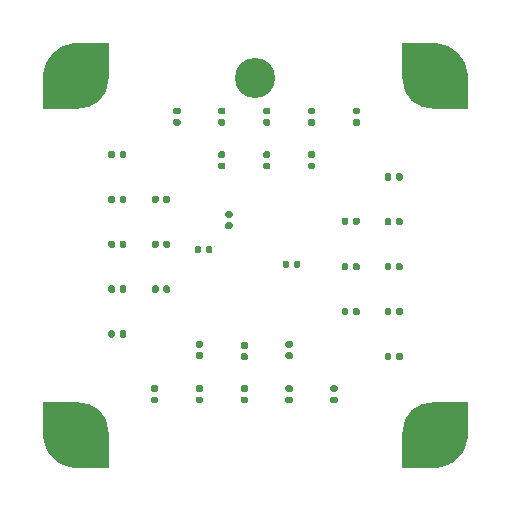
<source format=gbr>
G04 #@! TF.GenerationSoftware,KiCad,Pcbnew,(6.0.9)*
G04 #@! TF.CreationDate,2024-07-14T21:03:07-07:00*
G04 #@! TF.ProjectId,AccArray_QFN,41636341-7272-4617-995f-51464e2e6b69,rev?*
G04 #@! TF.SameCoordinates,Original*
G04 #@! TF.FileFunction,Soldermask,Bot*
G04 #@! TF.FilePolarity,Negative*
%FSLAX46Y46*%
G04 Gerber Fmt 4.6, Leading zero omitted, Abs format (unit mm)*
G04 Created by KiCad (PCBNEW (6.0.9)) date 2024-07-14 21:03:07*
%MOMM*%
%LPD*%
G01*
G04 APERTURE LIST*
%ADD10C,5.200000*%
%ADD11C,3.400000*%
G04 APERTURE END LIST*
D10*
G04 #@! TO.C,H1*
X85000000Y-85000000D03*
G04 #@! TD*
D11*
G04 #@! TO.C,H4*
X100000000Y-55000000D03*
G04 #@! TD*
D10*
G04 #@! TO.C,H3*
X115000000Y-55000000D03*
G04 #@! TD*
G04 #@! TO.C,H4*
X85000000Y-55000000D03*
G04 #@! TD*
G04 #@! TO.C,H2*
X115000000Y-85000000D03*
G04 #@! TD*
G04 #@! TO.C,C75*
G36*
G01*
X106820000Y-82503952D02*
X106480000Y-82503952D01*
G75*
G02*
X106340000Y-82363952I0J140000D01*
G01*
X106340000Y-82083952D01*
G75*
G02*
X106480000Y-81943952I140000J0D01*
G01*
X106820000Y-81943952D01*
G75*
G02*
X106960000Y-82083952I0J-140000D01*
G01*
X106960000Y-82363952D01*
G75*
G02*
X106820000Y-82503952I-140000J0D01*
G01*
G37*
G36*
G01*
X106820000Y-81543952D02*
X106480000Y-81543952D01*
G75*
G02*
X106340000Y-81403952I0J140000D01*
G01*
X106340000Y-81123952D01*
G75*
G02*
X106480000Y-80983952I140000J0D01*
G01*
X106820000Y-80983952D01*
G75*
G02*
X106960000Y-81123952I0J-140000D01*
G01*
X106960000Y-81403952D01*
G75*
G02*
X106820000Y-81543952I-140000J0D01*
G01*
G37*
G04 #@! TD*
G04 #@! TO.C,C26*
G36*
G01*
X104580000Y-61183952D02*
X104920000Y-61183952D01*
G75*
G02*
X105060000Y-61323952I0J-140000D01*
G01*
X105060000Y-61603952D01*
G75*
G02*
X104920000Y-61743952I-140000J0D01*
G01*
X104580000Y-61743952D01*
G75*
G02*
X104440000Y-61603952I0J140000D01*
G01*
X104440000Y-61323952D01*
G75*
G02*
X104580000Y-61183952I140000J0D01*
G01*
G37*
G36*
G01*
X104580000Y-62143952D02*
X104920000Y-62143952D01*
G75*
G02*
X105060000Y-62283952I0J-140000D01*
G01*
X105060000Y-62563952D01*
G75*
G02*
X104920000Y-62703952I-140000J0D01*
G01*
X104580000Y-62703952D01*
G75*
G02*
X104440000Y-62563952I0J140000D01*
G01*
X104440000Y-62283952D01*
G75*
G02*
X104580000Y-62143952I140000J0D01*
G01*
G37*
G04 #@! TD*
G04 #@! TO.C,C113*
G36*
G01*
X103810000Y-70580000D02*
X103810000Y-70920000D01*
G75*
G02*
X103670000Y-71060000I-140000J0D01*
G01*
X103390000Y-71060000D01*
G75*
G02*
X103250000Y-70920000I0J140000D01*
G01*
X103250000Y-70580000D01*
G75*
G02*
X103390000Y-70440000I140000J0D01*
G01*
X103670000Y-70440000D01*
G75*
G02*
X103810000Y-70580000I0J-140000D01*
G01*
G37*
G36*
G01*
X102850000Y-70580000D02*
X102850000Y-70920000D01*
G75*
G02*
X102710000Y-71060000I-140000J0D01*
G01*
X102430000Y-71060000D01*
G75*
G02*
X102290000Y-70920000I0J140000D01*
G01*
X102290000Y-70580000D01*
G75*
G02*
X102430000Y-70440000I140000J0D01*
G01*
X102710000Y-70440000D01*
G75*
G02*
X102850000Y-70580000I0J-140000D01*
G01*
G37*
G04 #@! TD*
G04 #@! TO.C,C52*
G36*
G01*
X112460000Y-66973952D02*
X112460000Y-67313952D01*
G75*
G02*
X112320000Y-67453952I-140000J0D01*
G01*
X112040000Y-67453952D01*
G75*
G02*
X111900000Y-67313952I0J140000D01*
G01*
X111900000Y-66973952D01*
G75*
G02*
X112040000Y-66833952I140000J0D01*
G01*
X112320000Y-66833952D01*
G75*
G02*
X112460000Y-66973952I0J-140000D01*
G01*
G37*
G36*
G01*
X111500000Y-66973952D02*
X111500000Y-67313952D01*
G75*
G02*
X111360000Y-67453952I-140000J0D01*
G01*
X111080000Y-67453952D01*
G75*
G02*
X110940000Y-67313952I0J140000D01*
G01*
X110940000Y-66973952D01*
G75*
G02*
X111080000Y-66833952I140000J0D01*
G01*
X111360000Y-66833952D01*
G75*
G02*
X111500000Y-66973952I0J-140000D01*
G01*
G37*
G04 #@! TD*
G04 #@! TO.C,C97*
G36*
G01*
X91240000Y-69213952D02*
X91240000Y-68873952D01*
G75*
G02*
X91380000Y-68733952I140000J0D01*
G01*
X91660000Y-68733952D01*
G75*
G02*
X91800000Y-68873952I0J-140000D01*
G01*
X91800000Y-69213952D01*
G75*
G02*
X91660000Y-69353952I-140000J0D01*
G01*
X91380000Y-69353952D01*
G75*
G02*
X91240000Y-69213952I0J140000D01*
G01*
G37*
G36*
G01*
X92200000Y-69213952D02*
X92200000Y-68873952D01*
G75*
G02*
X92340000Y-68733952I140000J0D01*
G01*
X92620000Y-68733952D01*
G75*
G02*
X92760000Y-68873952I0J-140000D01*
G01*
X92760000Y-69213952D01*
G75*
G02*
X92620000Y-69353952I-140000J0D01*
G01*
X92340000Y-69353952D01*
G75*
G02*
X92200000Y-69213952I0J140000D01*
G01*
G37*
G04 #@! TD*
G04 #@! TO.C,C54*
G36*
G01*
X112460000Y-74573952D02*
X112460000Y-74913952D01*
G75*
G02*
X112320000Y-75053952I-140000J0D01*
G01*
X112040000Y-75053952D01*
G75*
G02*
X111900000Y-74913952I0J140000D01*
G01*
X111900000Y-74573952D01*
G75*
G02*
X112040000Y-74433952I140000J0D01*
G01*
X112320000Y-74433952D01*
G75*
G02*
X112460000Y-74573952I0J-140000D01*
G01*
G37*
G36*
G01*
X111500000Y-74573952D02*
X111500000Y-74913952D01*
G75*
G02*
X111360000Y-75053952I-140000J0D01*
G01*
X111080000Y-75053952D01*
G75*
G02*
X110940000Y-74913952I0J140000D01*
G01*
X110940000Y-74573952D01*
G75*
G02*
X111080000Y-74433952I140000J0D01*
G01*
X111360000Y-74433952D01*
G75*
G02*
X111500000Y-74573952I0J-140000D01*
G01*
G37*
G04 #@! TD*
G04 #@! TO.C,C78*
G36*
G01*
X95420000Y-82503952D02*
X95080000Y-82503952D01*
G75*
G02*
X94940000Y-82363952I0J140000D01*
G01*
X94940000Y-82083952D01*
G75*
G02*
X95080000Y-81943952I140000J0D01*
G01*
X95420000Y-81943952D01*
G75*
G02*
X95560000Y-82083952I0J-140000D01*
G01*
X95560000Y-82363952D01*
G75*
G02*
X95420000Y-82503952I-140000J0D01*
G01*
G37*
G36*
G01*
X95420000Y-81543952D02*
X95080000Y-81543952D01*
G75*
G02*
X94940000Y-81403952I0J140000D01*
G01*
X94940000Y-81123952D01*
G75*
G02*
X95080000Y-80983952I140000J0D01*
G01*
X95420000Y-80983952D01*
G75*
G02*
X95560000Y-81123952I0J-140000D01*
G01*
X95560000Y-81403952D01*
G75*
G02*
X95420000Y-81543952I-140000J0D01*
G01*
G37*
G04 #@! TD*
G04 #@! TO.C,C102*
G36*
G01*
X87540000Y-65420000D02*
X87540000Y-65080000D01*
G75*
G02*
X87680000Y-64940000I140000J0D01*
G01*
X87960000Y-64940000D01*
G75*
G02*
X88100000Y-65080000I0J-140000D01*
G01*
X88100000Y-65420000D01*
G75*
G02*
X87960000Y-65560000I-140000J0D01*
G01*
X87680000Y-65560000D01*
G75*
G02*
X87540000Y-65420000I0J140000D01*
G01*
G37*
G36*
G01*
X88500000Y-65420000D02*
X88500000Y-65080000D01*
G75*
G02*
X88640000Y-64940000I140000J0D01*
G01*
X88920000Y-64940000D01*
G75*
G02*
X89060000Y-65080000I0J-140000D01*
G01*
X89060000Y-65420000D01*
G75*
G02*
X88920000Y-65560000I-140000J0D01*
G01*
X88640000Y-65560000D01*
G75*
G02*
X88500000Y-65420000I0J140000D01*
G01*
G37*
G04 #@! TD*
G04 #@! TO.C,C96*
G36*
G01*
X91240000Y-73013952D02*
X91240000Y-72673952D01*
G75*
G02*
X91380000Y-72533952I140000J0D01*
G01*
X91660000Y-72533952D01*
G75*
G02*
X91800000Y-72673952I0J-140000D01*
G01*
X91800000Y-73013952D01*
G75*
G02*
X91660000Y-73153952I-140000J0D01*
G01*
X91380000Y-73153952D01*
G75*
G02*
X91240000Y-73013952I0J140000D01*
G01*
G37*
G36*
G01*
X92200000Y-73013952D02*
X92200000Y-72673952D01*
G75*
G02*
X92340000Y-72533952I140000J0D01*
G01*
X92620000Y-72533952D01*
G75*
G02*
X92760000Y-72673952I0J-140000D01*
G01*
X92760000Y-73013952D01*
G75*
G02*
X92620000Y-73153952I-140000J0D01*
G01*
X92340000Y-73153952D01*
G75*
G02*
X92200000Y-73013952I0J140000D01*
G01*
G37*
G04 #@! TD*
G04 #@! TO.C,C72*
G36*
G01*
X103020000Y-78753952D02*
X102680000Y-78753952D01*
G75*
G02*
X102540000Y-78613952I0J140000D01*
G01*
X102540000Y-78333952D01*
G75*
G02*
X102680000Y-78193952I140000J0D01*
G01*
X103020000Y-78193952D01*
G75*
G02*
X103160000Y-78333952I0J-140000D01*
G01*
X103160000Y-78613952D01*
G75*
G02*
X103020000Y-78753952I-140000J0D01*
G01*
G37*
G36*
G01*
X103020000Y-77793952D02*
X102680000Y-77793952D01*
G75*
G02*
X102540000Y-77653952I0J140000D01*
G01*
X102540000Y-77373952D01*
G75*
G02*
X102680000Y-77233952I140000J0D01*
G01*
X103020000Y-77233952D01*
G75*
G02*
X103160000Y-77373952I0J-140000D01*
G01*
X103160000Y-77653952D01*
G75*
G02*
X103020000Y-77793952I-140000J0D01*
G01*
G37*
G04 #@! TD*
G04 #@! TO.C,C53*
G36*
G01*
X112460000Y-70773952D02*
X112460000Y-71113952D01*
G75*
G02*
X112320000Y-71253952I-140000J0D01*
G01*
X112040000Y-71253952D01*
G75*
G02*
X111900000Y-71113952I0J140000D01*
G01*
X111900000Y-70773952D01*
G75*
G02*
X112040000Y-70633952I140000J0D01*
G01*
X112320000Y-70633952D01*
G75*
G02*
X112460000Y-70773952I0J-140000D01*
G01*
G37*
G36*
G01*
X111500000Y-70773952D02*
X111500000Y-71113952D01*
G75*
G02*
X111360000Y-71253952I-140000J0D01*
G01*
X111080000Y-71253952D01*
G75*
G02*
X110940000Y-71113952I0J140000D01*
G01*
X110940000Y-70773952D01*
G75*
G02*
X111080000Y-70633952I140000J0D01*
G01*
X111360000Y-70633952D01*
G75*
G02*
X111500000Y-70773952I0J-140000D01*
G01*
G37*
G04 #@! TD*
G04 #@! TO.C,C48*
G36*
G01*
X108810000Y-66923952D02*
X108810000Y-67263952D01*
G75*
G02*
X108670000Y-67403952I-140000J0D01*
G01*
X108390000Y-67403952D01*
G75*
G02*
X108250000Y-67263952I0J140000D01*
G01*
X108250000Y-66923952D01*
G75*
G02*
X108390000Y-66783952I140000J0D01*
G01*
X108670000Y-66783952D01*
G75*
G02*
X108810000Y-66923952I0J-140000D01*
G01*
G37*
G36*
G01*
X107850000Y-66923952D02*
X107850000Y-67263952D01*
G75*
G02*
X107710000Y-67403952I-140000J0D01*
G01*
X107430000Y-67403952D01*
G75*
G02*
X107290000Y-67263952I0J140000D01*
G01*
X107290000Y-66923952D01*
G75*
G02*
X107430000Y-66783952I140000J0D01*
G01*
X107710000Y-66783952D01*
G75*
G02*
X107850000Y-66923952I0J-140000D01*
G01*
G37*
G04 #@! TD*
G04 #@! TO.C,C51*
G36*
G01*
X112460000Y-63173952D02*
X112460000Y-63513952D01*
G75*
G02*
X112320000Y-63653952I-140000J0D01*
G01*
X112040000Y-63653952D01*
G75*
G02*
X111900000Y-63513952I0J140000D01*
G01*
X111900000Y-63173952D01*
G75*
G02*
X112040000Y-63033952I140000J0D01*
G01*
X112320000Y-63033952D01*
G75*
G02*
X112460000Y-63173952I0J-140000D01*
G01*
G37*
G36*
G01*
X111500000Y-63173952D02*
X111500000Y-63513952D01*
G75*
G02*
X111360000Y-63653952I-140000J0D01*
G01*
X111080000Y-63653952D01*
G75*
G02*
X110940000Y-63513952I0J140000D01*
G01*
X110940000Y-63173952D01*
G75*
G02*
X111080000Y-63033952I140000J0D01*
G01*
X111360000Y-63033952D01*
G75*
G02*
X111500000Y-63173952I0J-140000D01*
G01*
G37*
G04 #@! TD*
G04 #@! TO.C,C77*
G36*
G01*
X99220000Y-82503952D02*
X98880000Y-82503952D01*
G75*
G02*
X98740000Y-82363952I0J140000D01*
G01*
X98740000Y-82083952D01*
G75*
G02*
X98880000Y-81943952I140000J0D01*
G01*
X99220000Y-81943952D01*
G75*
G02*
X99360000Y-82083952I0J-140000D01*
G01*
X99360000Y-82363952D01*
G75*
G02*
X99220000Y-82503952I-140000J0D01*
G01*
G37*
G36*
G01*
X99220000Y-81543952D02*
X98880000Y-81543952D01*
G75*
G02*
X98740000Y-81403952I0J140000D01*
G01*
X98740000Y-81123952D01*
G75*
G02*
X98880000Y-80983952I140000J0D01*
G01*
X99220000Y-80983952D01*
G75*
G02*
X99360000Y-81123952I0J-140000D01*
G01*
X99360000Y-81403952D01*
G75*
G02*
X99220000Y-81543952I-140000J0D01*
G01*
G37*
G04 #@! TD*
G04 #@! TO.C,C29*
G36*
G01*
X100780000Y-57483952D02*
X101120000Y-57483952D01*
G75*
G02*
X101260000Y-57623952I0J-140000D01*
G01*
X101260000Y-57903952D01*
G75*
G02*
X101120000Y-58043952I-140000J0D01*
G01*
X100780000Y-58043952D01*
G75*
G02*
X100640000Y-57903952I0J140000D01*
G01*
X100640000Y-57623952D01*
G75*
G02*
X100780000Y-57483952I140000J0D01*
G01*
G37*
G36*
G01*
X100780000Y-58443952D02*
X101120000Y-58443952D01*
G75*
G02*
X101260000Y-58583952I0J-140000D01*
G01*
X101260000Y-58863952D01*
G75*
G02*
X101120000Y-59003952I-140000J0D01*
G01*
X100780000Y-59003952D01*
G75*
G02*
X100640000Y-58863952I0J140000D01*
G01*
X100640000Y-58583952D01*
G75*
G02*
X100780000Y-58443952I140000J0D01*
G01*
G37*
G04 #@! TD*
G04 #@! TO.C,C50*
G36*
G01*
X108810000Y-74573952D02*
X108810000Y-74913952D01*
G75*
G02*
X108670000Y-75053952I-140000J0D01*
G01*
X108390000Y-75053952D01*
G75*
G02*
X108250000Y-74913952I0J140000D01*
G01*
X108250000Y-74573952D01*
G75*
G02*
X108390000Y-74433952I140000J0D01*
G01*
X108670000Y-74433952D01*
G75*
G02*
X108810000Y-74573952I0J-140000D01*
G01*
G37*
G36*
G01*
X107850000Y-74573952D02*
X107850000Y-74913952D01*
G75*
G02*
X107710000Y-75053952I-140000J0D01*
G01*
X107430000Y-75053952D01*
G75*
G02*
X107290000Y-74913952I0J140000D01*
G01*
X107290000Y-74573952D01*
G75*
G02*
X107430000Y-74433952I140000J0D01*
G01*
X107710000Y-74433952D01*
G75*
G02*
X107850000Y-74573952I0J-140000D01*
G01*
G37*
G04 #@! TD*
G04 #@! TO.C,C55*
G36*
G01*
X112460000Y-78373952D02*
X112460000Y-78713952D01*
G75*
G02*
X112320000Y-78853952I-140000J0D01*
G01*
X112040000Y-78853952D01*
G75*
G02*
X111900000Y-78713952I0J140000D01*
G01*
X111900000Y-78373952D01*
G75*
G02*
X112040000Y-78233952I140000J0D01*
G01*
X112320000Y-78233952D01*
G75*
G02*
X112460000Y-78373952I0J-140000D01*
G01*
G37*
G36*
G01*
X111500000Y-78373952D02*
X111500000Y-78713952D01*
G75*
G02*
X111360000Y-78853952I-140000J0D01*
G01*
X111080000Y-78853952D01*
G75*
G02*
X110940000Y-78713952I0J140000D01*
G01*
X110940000Y-78373952D01*
G75*
G02*
X111080000Y-78233952I140000J0D01*
G01*
X111360000Y-78233952D01*
G75*
G02*
X111500000Y-78373952I0J-140000D01*
G01*
G37*
G04 #@! TD*
G04 #@! TO.C,C100*
G36*
G01*
X87540000Y-73013952D02*
X87540000Y-72673952D01*
G75*
G02*
X87680000Y-72533952I140000J0D01*
G01*
X87960000Y-72533952D01*
G75*
G02*
X88100000Y-72673952I0J-140000D01*
G01*
X88100000Y-73013952D01*
G75*
G02*
X87960000Y-73153952I-140000J0D01*
G01*
X87680000Y-73153952D01*
G75*
G02*
X87540000Y-73013952I0J140000D01*
G01*
G37*
G36*
G01*
X88500000Y-73013952D02*
X88500000Y-72673952D01*
G75*
G02*
X88640000Y-72533952I140000J0D01*
G01*
X88920000Y-72533952D01*
G75*
G02*
X89060000Y-72673952I0J-140000D01*
G01*
X89060000Y-73013952D01*
G75*
G02*
X88920000Y-73153952I-140000J0D01*
G01*
X88640000Y-73153952D01*
G75*
G02*
X88500000Y-73013952I0J140000D01*
G01*
G37*
G04 #@! TD*
G04 #@! TO.C,C30*
G36*
G01*
X104580000Y-57483952D02*
X104920000Y-57483952D01*
G75*
G02*
X105060000Y-57623952I0J-140000D01*
G01*
X105060000Y-57903952D01*
G75*
G02*
X104920000Y-58043952I-140000J0D01*
G01*
X104580000Y-58043952D01*
G75*
G02*
X104440000Y-57903952I0J140000D01*
G01*
X104440000Y-57623952D01*
G75*
G02*
X104580000Y-57483952I140000J0D01*
G01*
G37*
G36*
G01*
X104580000Y-58443952D02*
X104920000Y-58443952D01*
G75*
G02*
X105060000Y-58583952I0J-140000D01*
G01*
X105060000Y-58863952D01*
G75*
G02*
X104920000Y-59003952I-140000J0D01*
G01*
X104580000Y-59003952D01*
G75*
G02*
X104440000Y-58863952I0J140000D01*
G01*
X104440000Y-58583952D01*
G75*
G02*
X104580000Y-58443952I140000J0D01*
G01*
G37*
G04 #@! TD*
G04 #@! TO.C,C101*
G36*
G01*
X87540000Y-69220000D02*
X87540000Y-68880000D01*
G75*
G02*
X87680000Y-68740000I140000J0D01*
G01*
X87960000Y-68740000D01*
G75*
G02*
X88100000Y-68880000I0J-140000D01*
G01*
X88100000Y-69220000D01*
G75*
G02*
X87960000Y-69360000I-140000J0D01*
G01*
X87680000Y-69360000D01*
G75*
G02*
X87540000Y-69220000I0J140000D01*
G01*
G37*
G36*
G01*
X88500000Y-69220000D02*
X88500000Y-68880000D01*
G75*
G02*
X88640000Y-68740000I140000J0D01*
G01*
X88920000Y-68740000D01*
G75*
G02*
X89060000Y-68880000I0J-140000D01*
G01*
X89060000Y-69220000D01*
G75*
G02*
X88920000Y-69360000I-140000J0D01*
G01*
X88640000Y-69360000D01*
G75*
G02*
X88500000Y-69220000I0J140000D01*
G01*
G37*
G04 #@! TD*
G04 #@! TO.C,C49*
G36*
G01*
X108810000Y-70773952D02*
X108810000Y-71113952D01*
G75*
G02*
X108670000Y-71253952I-140000J0D01*
G01*
X108390000Y-71253952D01*
G75*
G02*
X108250000Y-71113952I0J140000D01*
G01*
X108250000Y-70773952D01*
G75*
G02*
X108390000Y-70633952I140000J0D01*
G01*
X108670000Y-70633952D01*
G75*
G02*
X108810000Y-70773952I0J-140000D01*
G01*
G37*
G36*
G01*
X107850000Y-70773952D02*
X107850000Y-71113952D01*
G75*
G02*
X107710000Y-71253952I-140000J0D01*
G01*
X107430000Y-71253952D01*
G75*
G02*
X107290000Y-71113952I0J140000D01*
G01*
X107290000Y-70773952D01*
G75*
G02*
X107430000Y-70633952I140000J0D01*
G01*
X107710000Y-70633952D01*
G75*
G02*
X107850000Y-70773952I0J-140000D01*
G01*
G37*
G04 #@! TD*
G04 #@! TO.C,C99*
G36*
G01*
X87540000Y-76813952D02*
X87540000Y-76473952D01*
G75*
G02*
X87680000Y-76333952I140000J0D01*
G01*
X87960000Y-76333952D01*
G75*
G02*
X88100000Y-76473952I0J-140000D01*
G01*
X88100000Y-76813952D01*
G75*
G02*
X87960000Y-76953952I-140000J0D01*
G01*
X87680000Y-76953952D01*
G75*
G02*
X87540000Y-76813952I0J140000D01*
G01*
G37*
G36*
G01*
X88500000Y-76813952D02*
X88500000Y-76473952D01*
G75*
G02*
X88640000Y-76333952I140000J0D01*
G01*
X88920000Y-76333952D01*
G75*
G02*
X89060000Y-76473952I0J-140000D01*
G01*
X89060000Y-76813952D01*
G75*
G02*
X88920000Y-76953952I-140000J0D01*
G01*
X88640000Y-76953952D01*
G75*
G02*
X88500000Y-76813952I0J140000D01*
G01*
G37*
G04 #@! TD*
G04 #@! TO.C,C112*
G36*
G01*
X94840000Y-69670000D02*
X94840000Y-69330000D01*
G75*
G02*
X94980000Y-69190000I140000J0D01*
G01*
X95260000Y-69190000D01*
G75*
G02*
X95400000Y-69330000I0J-140000D01*
G01*
X95400000Y-69670000D01*
G75*
G02*
X95260000Y-69810000I-140000J0D01*
G01*
X94980000Y-69810000D01*
G75*
G02*
X94840000Y-69670000I0J140000D01*
G01*
G37*
G36*
G01*
X95800000Y-69670000D02*
X95800000Y-69330000D01*
G75*
G02*
X95940000Y-69190000I140000J0D01*
G01*
X96220000Y-69190000D01*
G75*
G02*
X96360000Y-69330000I0J-140000D01*
G01*
X96360000Y-69670000D01*
G75*
G02*
X96220000Y-69810000I-140000J0D01*
G01*
X95940000Y-69810000D01*
G75*
G02*
X95800000Y-69670000I0J140000D01*
G01*
G37*
G04 #@! TD*
G04 #@! TO.C,C24*
G36*
G01*
X96980000Y-61183952D02*
X97320000Y-61183952D01*
G75*
G02*
X97460000Y-61323952I0J-140000D01*
G01*
X97460000Y-61603952D01*
G75*
G02*
X97320000Y-61743952I-140000J0D01*
G01*
X96980000Y-61743952D01*
G75*
G02*
X96840000Y-61603952I0J140000D01*
G01*
X96840000Y-61323952D01*
G75*
G02*
X96980000Y-61183952I140000J0D01*
G01*
G37*
G36*
G01*
X96980000Y-62143952D02*
X97320000Y-62143952D01*
G75*
G02*
X97460000Y-62283952I0J-140000D01*
G01*
X97460000Y-62563952D01*
G75*
G02*
X97320000Y-62703952I-140000J0D01*
G01*
X96980000Y-62703952D01*
G75*
G02*
X96840000Y-62563952I0J140000D01*
G01*
X96840000Y-62283952D01*
G75*
G02*
X96980000Y-62143952I140000J0D01*
G01*
G37*
G04 #@! TD*
G04 #@! TO.C,C76*
G36*
G01*
X103020000Y-82503952D02*
X102680000Y-82503952D01*
G75*
G02*
X102540000Y-82363952I0J140000D01*
G01*
X102540000Y-82083952D01*
G75*
G02*
X102680000Y-81943952I140000J0D01*
G01*
X103020000Y-81943952D01*
G75*
G02*
X103160000Y-82083952I0J-140000D01*
G01*
X103160000Y-82363952D01*
G75*
G02*
X103020000Y-82503952I-140000J0D01*
G01*
G37*
G36*
G01*
X103020000Y-81543952D02*
X102680000Y-81543952D01*
G75*
G02*
X102540000Y-81403952I0J140000D01*
G01*
X102540000Y-81123952D01*
G75*
G02*
X102680000Y-80983952I140000J0D01*
G01*
X103020000Y-80983952D01*
G75*
G02*
X103160000Y-81123952I0J-140000D01*
G01*
X103160000Y-81403952D01*
G75*
G02*
X103020000Y-81543952I-140000J0D01*
G01*
G37*
G04 #@! TD*
G04 #@! TO.C,C31*
G36*
G01*
X108380000Y-57483952D02*
X108720000Y-57483952D01*
G75*
G02*
X108860000Y-57623952I0J-140000D01*
G01*
X108860000Y-57903952D01*
G75*
G02*
X108720000Y-58043952I-140000J0D01*
G01*
X108380000Y-58043952D01*
G75*
G02*
X108240000Y-57903952I0J140000D01*
G01*
X108240000Y-57623952D01*
G75*
G02*
X108380000Y-57483952I140000J0D01*
G01*
G37*
G36*
G01*
X108380000Y-58443952D02*
X108720000Y-58443952D01*
G75*
G02*
X108860000Y-58583952I0J-140000D01*
G01*
X108860000Y-58863952D01*
G75*
G02*
X108720000Y-59003952I-140000J0D01*
G01*
X108380000Y-59003952D01*
G75*
G02*
X108240000Y-58863952I0J140000D01*
G01*
X108240000Y-58583952D01*
G75*
G02*
X108380000Y-58443952I140000J0D01*
G01*
G37*
G04 #@! TD*
G04 #@! TO.C,C73*
G36*
G01*
X99220000Y-78853952D02*
X98880000Y-78853952D01*
G75*
G02*
X98740000Y-78713952I0J140000D01*
G01*
X98740000Y-78433952D01*
G75*
G02*
X98880000Y-78293952I140000J0D01*
G01*
X99220000Y-78293952D01*
G75*
G02*
X99360000Y-78433952I0J-140000D01*
G01*
X99360000Y-78713952D01*
G75*
G02*
X99220000Y-78853952I-140000J0D01*
G01*
G37*
G36*
G01*
X99220000Y-77893952D02*
X98880000Y-77893952D01*
G75*
G02*
X98740000Y-77753952I0J140000D01*
G01*
X98740000Y-77473952D01*
G75*
G02*
X98880000Y-77333952I140000J0D01*
G01*
X99220000Y-77333952D01*
G75*
G02*
X99360000Y-77473952I0J-140000D01*
G01*
X99360000Y-77753952D01*
G75*
G02*
X99220000Y-77893952I-140000J0D01*
G01*
G37*
G04 #@! TD*
G04 #@! TO.C,C79*
G36*
G01*
X91620000Y-82503952D02*
X91280000Y-82503952D01*
G75*
G02*
X91140000Y-82363952I0J140000D01*
G01*
X91140000Y-82083952D01*
G75*
G02*
X91280000Y-81943952I140000J0D01*
G01*
X91620000Y-81943952D01*
G75*
G02*
X91760000Y-82083952I0J-140000D01*
G01*
X91760000Y-82363952D01*
G75*
G02*
X91620000Y-82503952I-140000J0D01*
G01*
G37*
G36*
G01*
X91620000Y-81543952D02*
X91280000Y-81543952D01*
G75*
G02*
X91140000Y-81403952I0J140000D01*
G01*
X91140000Y-81123952D01*
G75*
G02*
X91280000Y-80983952I140000J0D01*
G01*
X91620000Y-80983952D01*
G75*
G02*
X91760000Y-81123952I0J-140000D01*
G01*
X91760000Y-81403952D01*
G75*
G02*
X91620000Y-81543952I-140000J0D01*
G01*
G37*
G04 #@! TD*
G04 #@! TO.C,C103*
G36*
G01*
X87540000Y-61620000D02*
X87540000Y-61280000D01*
G75*
G02*
X87680000Y-61140000I140000J0D01*
G01*
X87960000Y-61140000D01*
G75*
G02*
X88100000Y-61280000I0J-140000D01*
G01*
X88100000Y-61620000D01*
G75*
G02*
X87960000Y-61760000I-140000J0D01*
G01*
X87680000Y-61760000D01*
G75*
G02*
X87540000Y-61620000I0J140000D01*
G01*
G37*
G36*
G01*
X88500000Y-61620000D02*
X88500000Y-61280000D01*
G75*
G02*
X88640000Y-61140000I140000J0D01*
G01*
X88920000Y-61140000D01*
G75*
G02*
X89060000Y-61280000I0J-140000D01*
G01*
X89060000Y-61620000D01*
G75*
G02*
X88920000Y-61760000I-140000J0D01*
G01*
X88640000Y-61760000D01*
G75*
G02*
X88500000Y-61620000I0J140000D01*
G01*
G37*
G04 #@! TD*
G04 #@! TO.C,C27*
G36*
G01*
X93180000Y-57483952D02*
X93520000Y-57483952D01*
G75*
G02*
X93660000Y-57623952I0J-140000D01*
G01*
X93660000Y-57903952D01*
G75*
G02*
X93520000Y-58043952I-140000J0D01*
G01*
X93180000Y-58043952D01*
G75*
G02*
X93040000Y-57903952I0J140000D01*
G01*
X93040000Y-57623952D01*
G75*
G02*
X93180000Y-57483952I140000J0D01*
G01*
G37*
G36*
G01*
X93180000Y-58443952D02*
X93520000Y-58443952D01*
G75*
G02*
X93660000Y-58583952I0J-140000D01*
G01*
X93660000Y-58863952D01*
G75*
G02*
X93520000Y-59003952I-140000J0D01*
G01*
X93180000Y-59003952D01*
G75*
G02*
X93040000Y-58863952I0J140000D01*
G01*
X93040000Y-58583952D01*
G75*
G02*
X93180000Y-58443952I140000J0D01*
G01*
G37*
G04 #@! TD*
G04 #@! TO.C,C3*
G36*
G01*
X97580000Y-66240000D02*
X97920000Y-66240000D01*
G75*
G02*
X98060000Y-66380000I0J-140000D01*
G01*
X98060000Y-66660000D01*
G75*
G02*
X97920000Y-66800000I-140000J0D01*
G01*
X97580000Y-66800000D01*
G75*
G02*
X97440000Y-66660000I0J140000D01*
G01*
X97440000Y-66380000D01*
G75*
G02*
X97580000Y-66240000I140000J0D01*
G01*
G37*
G36*
G01*
X97580000Y-67200000D02*
X97920000Y-67200000D01*
G75*
G02*
X98060000Y-67340000I0J-140000D01*
G01*
X98060000Y-67620000D01*
G75*
G02*
X97920000Y-67760000I-140000J0D01*
G01*
X97580000Y-67760000D01*
G75*
G02*
X97440000Y-67620000I0J140000D01*
G01*
X97440000Y-67340000D01*
G75*
G02*
X97580000Y-67200000I140000J0D01*
G01*
G37*
G04 #@! TD*
G04 #@! TO.C,C98*
G36*
G01*
X91240000Y-65413952D02*
X91240000Y-65073952D01*
G75*
G02*
X91380000Y-64933952I140000J0D01*
G01*
X91660000Y-64933952D01*
G75*
G02*
X91800000Y-65073952I0J-140000D01*
G01*
X91800000Y-65413952D01*
G75*
G02*
X91660000Y-65553952I-140000J0D01*
G01*
X91380000Y-65553952D01*
G75*
G02*
X91240000Y-65413952I0J140000D01*
G01*
G37*
G36*
G01*
X92200000Y-65413952D02*
X92200000Y-65073952D01*
G75*
G02*
X92340000Y-64933952I140000J0D01*
G01*
X92620000Y-64933952D01*
G75*
G02*
X92760000Y-65073952I0J-140000D01*
G01*
X92760000Y-65413952D01*
G75*
G02*
X92620000Y-65553952I-140000J0D01*
G01*
X92340000Y-65553952D01*
G75*
G02*
X92200000Y-65413952I0J140000D01*
G01*
G37*
G04 #@! TD*
G04 #@! TO.C,C25*
G36*
G01*
X100780000Y-61183952D02*
X101120000Y-61183952D01*
G75*
G02*
X101260000Y-61323952I0J-140000D01*
G01*
X101260000Y-61603952D01*
G75*
G02*
X101120000Y-61743952I-140000J0D01*
G01*
X100780000Y-61743952D01*
G75*
G02*
X100640000Y-61603952I0J140000D01*
G01*
X100640000Y-61323952D01*
G75*
G02*
X100780000Y-61183952I140000J0D01*
G01*
G37*
G36*
G01*
X100780000Y-62143952D02*
X101120000Y-62143952D01*
G75*
G02*
X101260000Y-62283952I0J-140000D01*
G01*
X101260000Y-62563952D01*
G75*
G02*
X101120000Y-62703952I-140000J0D01*
G01*
X100780000Y-62703952D01*
G75*
G02*
X100640000Y-62563952I0J140000D01*
G01*
X100640000Y-62283952D01*
G75*
G02*
X100780000Y-62143952I140000J0D01*
G01*
G37*
G04 #@! TD*
G04 #@! TO.C,C28*
G36*
G01*
X96980000Y-57483952D02*
X97320000Y-57483952D01*
G75*
G02*
X97460000Y-57623952I0J-140000D01*
G01*
X97460000Y-57903952D01*
G75*
G02*
X97320000Y-58043952I-140000J0D01*
G01*
X96980000Y-58043952D01*
G75*
G02*
X96840000Y-57903952I0J140000D01*
G01*
X96840000Y-57623952D01*
G75*
G02*
X96980000Y-57483952I140000J0D01*
G01*
G37*
G36*
G01*
X96980000Y-58443952D02*
X97320000Y-58443952D01*
G75*
G02*
X97460000Y-58583952I0J-140000D01*
G01*
X97460000Y-58863952D01*
G75*
G02*
X97320000Y-59003952I-140000J0D01*
G01*
X96980000Y-59003952D01*
G75*
G02*
X96840000Y-58863952I0J140000D01*
G01*
X96840000Y-58583952D01*
G75*
G02*
X96980000Y-58443952I140000J0D01*
G01*
G37*
G04 #@! TD*
G04 #@! TO.C,C74*
G36*
G01*
X95420000Y-78753952D02*
X95080000Y-78753952D01*
G75*
G02*
X94940000Y-78613952I0J140000D01*
G01*
X94940000Y-78333952D01*
G75*
G02*
X95080000Y-78193952I140000J0D01*
G01*
X95420000Y-78193952D01*
G75*
G02*
X95560000Y-78333952I0J-140000D01*
G01*
X95560000Y-78613952D01*
G75*
G02*
X95420000Y-78753952I-140000J0D01*
G01*
G37*
G36*
G01*
X95420000Y-77793952D02*
X95080000Y-77793952D01*
G75*
G02*
X94940000Y-77653952I0J140000D01*
G01*
X94940000Y-77373952D01*
G75*
G02*
X95080000Y-77233952I140000J0D01*
G01*
X95420000Y-77233952D01*
G75*
G02*
X95560000Y-77373952I0J-140000D01*
G01*
X95560000Y-77653952D01*
G75*
G02*
X95420000Y-77793952I-140000J0D01*
G01*
G37*
G04 #@! TD*
G36*
X115001745Y-52000098D02*
G01*
X115332391Y-52018666D01*
X115339356Y-52019451D01*
X115664106Y-52074629D01*
X115670939Y-52076189D01*
X115987464Y-52167378D01*
X115994080Y-52169693D01*
X116298411Y-52295751D01*
X116304725Y-52298792D01*
X116593022Y-52458128D01*
X116598957Y-52461857D01*
X116867600Y-52652470D01*
X116873080Y-52656839D01*
X117118703Y-52876341D01*
X117123659Y-52881297D01*
X117343161Y-53126920D01*
X117347530Y-53132400D01*
X117538143Y-53401043D01*
X117541872Y-53406978D01*
X117701208Y-53695275D01*
X117704249Y-53701589D01*
X117830307Y-54005920D01*
X117832622Y-54012536D01*
X117923811Y-54329061D01*
X117925371Y-54335894D01*
X117980549Y-54660644D01*
X117981334Y-54667609D01*
X117999902Y-54998255D01*
X118000000Y-55001759D01*
X118000000Y-55064500D01*
X117981694Y-55108694D01*
X117937500Y-55127000D01*
X115062500Y-55127000D01*
X115018306Y-55108694D01*
X115000000Y-55064500D01*
X115000000Y-55012431D01*
X114996359Y-55003641D01*
X114987569Y-55000000D01*
X112462500Y-55000000D01*
X112418306Y-54981694D01*
X112400000Y-54937500D01*
X112400000Y-52062500D01*
X112418306Y-52018306D01*
X112462500Y-52000000D01*
X114998241Y-52000000D01*
X115001745Y-52000098D01*
G37*
G36*
X84981694Y-84891306D02*
G01*
X85000000Y-84935500D01*
X85000000Y-84987569D01*
X85003641Y-84996359D01*
X85012431Y-85000000D01*
X87537500Y-85000000D01*
X87581694Y-85018306D01*
X87600000Y-85062500D01*
X87600000Y-87937500D01*
X87581694Y-87981694D01*
X87537500Y-88000000D01*
X85001759Y-88000000D01*
X84998255Y-87999902D01*
X84667609Y-87981334D01*
X84660644Y-87980549D01*
X84335894Y-87925371D01*
X84329061Y-87923811D01*
X84012536Y-87832622D01*
X84005920Y-87830307D01*
X83701589Y-87704249D01*
X83695275Y-87701208D01*
X83406978Y-87541872D01*
X83401043Y-87538143D01*
X83132400Y-87347530D01*
X83126920Y-87343161D01*
X82881297Y-87123659D01*
X82876341Y-87118703D01*
X82656839Y-86873080D01*
X82652470Y-86867600D01*
X82461857Y-86598957D01*
X82458128Y-86593022D01*
X82298792Y-86304725D01*
X82295751Y-86298411D01*
X82169693Y-85994080D01*
X82167378Y-85987464D01*
X82076189Y-85670939D01*
X82074629Y-85664106D01*
X82019451Y-85339356D01*
X82018666Y-85332391D01*
X82000098Y-85001745D01*
X82000000Y-84998241D01*
X82000000Y-84935500D01*
X82018306Y-84891306D01*
X82062500Y-84873000D01*
X84937500Y-84873000D01*
X84981694Y-84891306D01*
G37*
G36*
X85001528Y-52773076D02*
G01*
X85009392Y-52773463D01*
X85015480Y-52774062D01*
X85021730Y-52774988D01*
X85027768Y-52776189D01*
X85033895Y-52777725D01*
X85039739Y-52779498D01*
X85045699Y-52781629D01*
X85051386Y-52783984D01*
X85057097Y-52786686D01*
X85062499Y-52789574D01*
X85067923Y-52792825D01*
X85073020Y-52796230D01*
X85078104Y-52800000D01*
X85082845Y-52803890D01*
X85087525Y-52808131D01*
X85091869Y-52812475D01*
X85096110Y-52817155D01*
X85100000Y-52821896D01*
X85103770Y-52826980D01*
X85107175Y-52832077D01*
X85110426Y-52837501D01*
X85113314Y-52842903D01*
X85116016Y-52848614D01*
X85118371Y-52854301D01*
X85120502Y-52860261D01*
X85122275Y-52866105D01*
X85123811Y-52872232D01*
X85125012Y-52878270D01*
X85125938Y-52884520D01*
X85126537Y-52890608D01*
X85126924Y-52898472D01*
X85127000Y-52901544D01*
X85127000Y-54937500D01*
X85108694Y-54981694D01*
X85064500Y-55000000D01*
X85012431Y-55000000D01*
X85003641Y-55003641D01*
X85000000Y-55012431D01*
X85000000Y-57537500D01*
X84981694Y-57581694D01*
X84937500Y-57600000D01*
X82062500Y-57600000D01*
X82018306Y-57581694D01*
X82000000Y-57537500D01*
X82000000Y-55001759D01*
X82000098Y-54998255D01*
X82018666Y-54667609D01*
X82019451Y-54660644D01*
X82074629Y-54335894D01*
X82076189Y-54329061D01*
X82167378Y-54012536D01*
X82169693Y-54005920D01*
X82295751Y-53701589D01*
X82298792Y-53695275D01*
X82458128Y-53406978D01*
X82461857Y-53401043D01*
X82652470Y-53132400D01*
X82656839Y-53126920D01*
X82876341Y-52881297D01*
X82881297Y-52876341D01*
X82979147Y-52788897D01*
X83020794Y-52773000D01*
X84998456Y-52773000D01*
X85001528Y-52773076D01*
G37*
G36*
X84981694Y-82418306D02*
G01*
X85000000Y-82462500D01*
X85000000Y-84987569D01*
X85003641Y-84996359D01*
X85012431Y-85000000D01*
X85064500Y-85000000D01*
X85108694Y-85018306D01*
X85127000Y-85062500D01*
X85127000Y-86198456D01*
X85126924Y-86201528D01*
X85126537Y-86209392D01*
X85125938Y-86215480D01*
X85125012Y-86221730D01*
X85123811Y-86227768D01*
X85122275Y-86233895D01*
X85120502Y-86239739D01*
X85118371Y-86245699D01*
X85116016Y-86251386D01*
X85113314Y-86257097D01*
X85110426Y-86262499D01*
X85107175Y-86267923D01*
X85103770Y-86273020D01*
X85100000Y-86278104D01*
X85096110Y-86282845D01*
X85091869Y-86287525D01*
X85087525Y-86291869D01*
X85082845Y-86296110D01*
X85078104Y-86300000D01*
X85073020Y-86303770D01*
X85067923Y-86307175D01*
X85062499Y-86310426D01*
X85057097Y-86313314D01*
X85051386Y-86316016D01*
X85045699Y-86318371D01*
X85039739Y-86320502D01*
X85033895Y-86322275D01*
X85027768Y-86323811D01*
X85021730Y-86325012D01*
X85015480Y-86325938D01*
X85009392Y-86326537D01*
X85001528Y-86326924D01*
X84998456Y-86327000D01*
X82349354Y-86327000D01*
X82305160Y-86308694D01*
X82291612Y-86288418D01*
X82169693Y-85994080D01*
X82167378Y-85987464D01*
X82076189Y-85670939D01*
X82074629Y-85664106D01*
X82019451Y-85339356D01*
X82018666Y-85332391D01*
X82000098Y-85001745D01*
X82000000Y-84998241D01*
X82000000Y-82462500D01*
X82018306Y-82418306D01*
X82062500Y-82400000D01*
X84937500Y-82400000D01*
X84981694Y-82418306D01*
G37*
G36*
X87581694Y-52018306D02*
G01*
X87600000Y-52062500D01*
X87600000Y-54937500D01*
X87581694Y-54981694D01*
X87537500Y-55000000D01*
X85012431Y-55000000D01*
X85003641Y-55003641D01*
X85000000Y-55012431D01*
X85000000Y-55064500D01*
X84981694Y-55108694D01*
X84937500Y-55127000D01*
X82062500Y-55127000D01*
X82018306Y-55108694D01*
X82000000Y-55064500D01*
X82000000Y-55001759D01*
X82000098Y-54998255D01*
X82018666Y-54667609D01*
X82019451Y-54660644D01*
X82074629Y-54335894D01*
X82076189Y-54329061D01*
X82167378Y-54012536D01*
X82169693Y-54005920D01*
X82295751Y-53701589D01*
X82298792Y-53695275D01*
X82458128Y-53406978D01*
X82461857Y-53401043D01*
X82652470Y-53132400D01*
X82656839Y-53126920D01*
X82876341Y-52881297D01*
X82881297Y-52876341D01*
X83126920Y-52656839D01*
X83132400Y-52652470D01*
X83401043Y-52461857D01*
X83406978Y-52458128D01*
X83695275Y-52298792D01*
X83701589Y-52295751D01*
X84005920Y-52169693D01*
X84012536Y-52167378D01*
X84329061Y-52076189D01*
X84335894Y-52074629D01*
X84660644Y-52019451D01*
X84667609Y-52018666D01*
X84998255Y-52000098D01*
X85001759Y-52000000D01*
X87537500Y-52000000D01*
X87581694Y-52018306D01*
G37*
G36*
X117904818Y-54291306D02*
G01*
X117920680Y-54318193D01*
X117923811Y-54329058D01*
X117925372Y-54335896D01*
X117980549Y-54660644D01*
X117981334Y-54667609D01*
X117999902Y-54998255D01*
X118000000Y-55001759D01*
X118000000Y-57537500D01*
X117981694Y-57581694D01*
X117937500Y-57600000D01*
X115062500Y-57600000D01*
X115018306Y-57581694D01*
X115000000Y-57537500D01*
X115000000Y-55012431D01*
X114996359Y-55003641D01*
X114987569Y-55000000D01*
X114935500Y-55000000D01*
X114891306Y-54981694D01*
X114873000Y-54937500D01*
X114873000Y-54401544D01*
X114873076Y-54398472D01*
X114873463Y-54390608D01*
X114874062Y-54384520D01*
X114874988Y-54378270D01*
X114876189Y-54372232D01*
X114877725Y-54366105D01*
X114879498Y-54360261D01*
X114881629Y-54354301D01*
X114883984Y-54348614D01*
X114886686Y-54342903D01*
X114889574Y-54337501D01*
X114892825Y-54332077D01*
X114896230Y-54326980D01*
X114900000Y-54321896D01*
X114903890Y-54317155D01*
X114908131Y-54312475D01*
X114912475Y-54308131D01*
X114917155Y-54303890D01*
X114921896Y-54300000D01*
X114926980Y-54296230D01*
X114932077Y-54292825D01*
X114937501Y-54289574D01*
X114942903Y-54286686D01*
X114948614Y-54283984D01*
X114954301Y-54281629D01*
X114960261Y-54279498D01*
X114966105Y-54277725D01*
X114972232Y-54276189D01*
X114978270Y-54274988D01*
X114984520Y-54274062D01*
X114990608Y-54273463D01*
X114998472Y-54273076D01*
X115001544Y-54273000D01*
X117860624Y-54273000D01*
X117904818Y-54291306D01*
G37*
G36*
X117981694Y-82418306D02*
G01*
X118000000Y-82462500D01*
X118000000Y-84998241D01*
X117999902Y-85001745D01*
X117981334Y-85332390D01*
X117980549Y-85339355D01*
X117974498Y-85374969D01*
X117949048Y-85415472D01*
X117912881Y-85427000D01*
X115001544Y-85427000D01*
X114998472Y-85426924D01*
X114990608Y-85426537D01*
X114984520Y-85425938D01*
X114978270Y-85425012D01*
X114972232Y-85423811D01*
X114966105Y-85422275D01*
X114960261Y-85420502D01*
X114954301Y-85418371D01*
X114948614Y-85416016D01*
X114942903Y-85413314D01*
X114937501Y-85410426D01*
X114932077Y-85407175D01*
X114926980Y-85403770D01*
X114921896Y-85400000D01*
X114917155Y-85396110D01*
X114912475Y-85391869D01*
X114908131Y-85387525D01*
X114903890Y-85382845D01*
X114900000Y-85378104D01*
X114896230Y-85373020D01*
X114892825Y-85367923D01*
X114889574Y-85362499D01*
X114886686Y-85357097D01*
X114883984Y-85351386D01*
X114881629Y-85345699D01*
X114879498Y-85339739D01*
X114877725Y-85333895D01*
X114876189Y-85327768D01*
X114874988Y-85321730D01*
X114874062Y-85315480D01*
X114873463Y-85309392D01*
X114873076Y-85301528D01*
X114873000Y-85298456D01*
X114873000Y-85062500D01*
X114891306Y-85018306D01*
X114935500Y-85000000D01*
X114987569Y-85000000D01*
X114996359Y-84996359D01*
X115000000Y-84987569D01*
X115000000Y-82462500D01*
X115018306Y-82418306D01*
X115062500Y-82400000D01*
X117937500Y-82400000D01*
X117981694Y-82418306D01*
G37*
G36*
X117981694Y-84891306D02*
G01*
X118000000Y-84935500D01*
X118000000Y-84998241D01*
X117999902Y-85001745D01*
X117981334Y-85332391D01*
X117980549Y-85339356D01*
X117925371Y-85664106D01*
X117923811Y-85670939D01*
X117832622Y-85987464D01*
X117830307Y-85994080D01*
X117704249Y-86298411D01*
X117701208Y-86304725D01*
X117541872Y-86593022D01*
X117538143Y-86598957D01*
X117347530Y-86867600D01*
X117343161Y-86873080D01*
X117123659Y-87118703D01*
X117118703Y-87123659D01*
X116873080Y-87343161D01*
X116867600Y-87347530D01*
X116598957Y-87538143D01*
X116593022Y-87541872D01*
X116304725Y-87701208D01*
X116298411Y-87704249D01*
X115994080Y-87830307D01*
X115987464Y-87832622D01*
X115670939Y-87923811D01*
X115664106Y-87925371D01*
X115339356Y-87980549D01*
X115332391Y-87981334D01*
X115001745Y-87999902D01*
X114998241Y-88000000D01*
X112462500Y-88000000D01*
X112418306Y-87981694D01*
X112400000Y-87937500D01*
X112400000Y-85062500D01*
X112418306Y-85018306D01*
X112462500Y-85000000D01*
X114987569Y-85000000D01*
X114996359Y-84996359D01*
X115000000Y-84987569D01*
X115000000Y-84935500D01*
X115018306Y-84891306D01*
X115062500Y-84873000D01*
X117937500Y-84873000D01*
X117981694Y-84891306D01*
G37*
M02*

</source>
